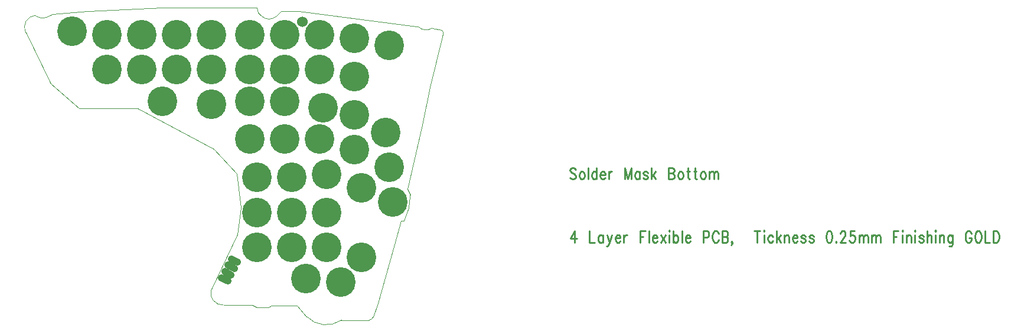
<source format=gbr>
*
*
G04 PADS 9.3 Build Number: 433611 generated Gerber (RS-274-X) file*
G04 PC Version=2.1*
*
%IN "MMSP_R.pcb"*%
*
%MOIN*%
*
%FSLAX35Y35*%
*
*
*
*
G04 PC Standard Apertures*
*
*
G04 Thermal Relief Aperture macro.*
%AMTER*
1,1,$1,0,0*
1,0,$1-$2,0,0*
21,0,$3,$4,0,0,45*
21,0,$3,$4,0,0,135*
%
*
*
G04 Annular Aperture macro.*
%AMANN*
1,1,$1,0,0*
1,0,$2,0,0*
%
*
*
G04 Odd Aperture macro.*
%AMODD*
1,1,$1,0,0*
1,0,$1-0.005,0,0*
%
*
*
G04 PC Custom Aperture Macros*
*
*
*
*
*
*
G04 PC Aperture Table*
*
%ADD010C,0.001*%
%ADD013C,0.01*%
%ADD047C,0.06*%
%ADD053C,0.04*%
%ADD059C,0.16748*%
*
*
*
*
G04 PC Circuitry*
G04 Layer Name MMSP_R.pcb - circuitry*
%LPD*%
*
*
G04 PC Custom Flashes*
G04 Layer Name MMSP_R.pcb - flashes*
%LPD*%
*
*
G04 PC Circuitry*
G04 Layer Name MMSP_R.pcb - circuitry*
%LPD*%
*
G54D10*
G01X1084338Y879416D02*
G75*
G03X1091450Y870727I6795J-1694D01*
G01X1084337Y879411D02*
X1084469Y879661D01*
X1084449Y879640*
X1099338Y910590*
X1101338Y925590*
X1099000Y945000*
X1086000Y959000*
X1043000Y982000*
X1010098*
X994098Y996000*
X979772Y1024917*
X985282Y1034748D02*
G03X979774Y1024913I607J-6800D01*
G01X985288Y1034748D02*
X985335Y1034744D01*
X986024Y1034055*
X986021Y1034056D02*
G03X994094Y1034883I3373J6886D01*
G01X994091Y1034881D02*
X994565Y1035356D01*
X1015000Y1037000*
X1057000Y1039000*
X1110433*
G03X1113187Y1034052I5045J-433*
G01X1113191Y1034049D02*
G03X1121065I3937J4610D01*
G01X1121067Y1034051D02*
X1124016Y1037000D01*
X1134000*
X1200197Y1028298*
X1201353*
G03X1209173Y1027455I4431J4416*
G01X1209174D02*
X1209247Y1027530D01*
X1214758Y1026365*
X1215407Y1024033D02*
G03X1214757Y1026366I-2399J589D01*
G01X1215407Y1024032D02*
X1208068Y994095D01*
X1203663Y972687*
X1195353Y936537*
X1196877Y932972*
X1193429Y918301D02*
G03X1196877Y932946I-27976J14316D01*
G01X1193432Y918307D02*
X1191535D01*
X1188000Y905000*
X1178563Y871588*
X1175919Y863986*
X1173588Y862205D02*
G03X1175920Y863988I-330J2848D01*
G01X1173585Y862205D02*
X1158055D01*
X1138351Y864223D02*
G03X1158054Y862204I11040J10587D01*
G01X1138356Y864218D02*
X1132826Y870374D01*
X1118110*
X1116978Y869242*
X1110236*
X1107677Y870727*
X1091453*
G54D13*
X1290190Y947554D02*
X1289735Y948179D01*
X1289053Y948492*
X1288144*
X1287462Y948179*
X1287008Y947554*
Y946929*
X1287235Y946304*
X1287462Y945992*
X1287917Y945679*
X1289281Y945054*
X1289735Y944742*
X1289962Y944429*
X1290190Y943804*
Y942867*
X1289735Y942242*
X1289053Y941929*
X1288144*
X1287462Y942242*
X1287008Y942867*
X1293372Y946304D02*
X1292917Y945992D01*
X1292462Y945367*
X1292235Y944429*
Y943804*
X1292462Y942867*
X1292917Y942242*
X1293372Y941929*
X1294053*
X1294508Y942242*
X1294962Y942867*
X1295190Y943804*
Y944429*
X1294962Y945367*
X1294508Y945992*
X1294053Y946304*
X1293372*
X1297235Y948492D02*
Y941929D01*
X1302008Y948492D02*
Y941929D01*
Y945367D02*
X1301553Y945992D01*
X1301099Y946304*
X1300417*
X1299962Y945992*
X1299508Y945367*
X1299281Y944429*
Y943804*
X1299508Y942867*
X1299962Y942242*
X1300417Y941929*
X1301099*
X1301553Y942242*
X1302008Y942867*
X1304053Y944429D02*
X1306781D01*
Y945054*
X1306553Y945679*
X1306326Y945992*
X1305872Y946304*
X1305190*
X1304735Y945992*
X1304281Y945367*
X1304053Y944429*
Y943804*
X1304281Y942867*
X1304735Y942242*
X1305190Y941929*
X1305872*
X1306326Y942242*
X1306781Y942867*
X1308826Y946304D02*
Y941929D01*
Y944429D02*
X1309053Y945367D01*
X1309508Y945992*
X1309962Y946304*
X1310644*
X1317917Y948492D02*
Y941929D01*
Y948492D02*
X1319735Y941929D01*
X1321553Y948492D02*
X1319735Y941929D01*
X1321553Y948492D02*
Y941929D01*
X1326326Y946304D02*
Y941929D01*
Y945367D02*
X1325872Y945992D01*
X1325417Y946304*
X1324735*
X1324281Y945992*
X1323826Y945367*
X1323599Y944429*
Y943804*
X1323826Y942867*
X1324281Y942242*
X1324735Y941929*
X1325417*
X1325872Y942242*
X1326326Y942867*
X1330872Y945367D02*
X1330644Y945992D01*
X1329962Y946304*
X1329281*
X1328599Y945992*
X1328372Y945367*
X1328599Y944742*
X1329053Y944429*
X1330190Y944117*
X1330644Y943804*
X1330872Y943179*
Y942867*
X1330644Y942242*
X1329962Y941929*
X1329281*
X1328599Y942242*
X1328372Y942867*
X1332917Y948492D02*
Y941929D01*
X1335190Y946304D02*
X1332917Y943179D01*
X1333826Y944429D02*
X1335417Y941929D01*
X1342690Y948492D02*
Y941929D01*
Y948492D02*
X1344735D01*
X1345417Y948179*
X1345644Y947867*
X1345872Y947242*
Y946617*
X1345644Y945992*
X1345417Y945679*
X1344735Y945367*
X1342690D02*
X1344735D01*
X1345417Y945054*
X1345644Y944742*
X1345872Y944117*
Y943179*
X1345644Y942554*
X1345417Y942242*
X1344735Y941929*
X1342690*
X1349053Y946304D02*
X1348599Y945992D01*
X1348144Y945367*
X1347917Y944429*
Y943804*
X1348144Y942867*
X1348599Y942242*
X1349053Y941929*
X1349735*
X1350190Y942242*
X1350644Y942867*
X1350872Y943804*
Y944429*
X1350644Y945367*
X1350190Y945992*
X1349735Y946304*
X1349053*
X1353599Y948492D02*
Y943179D01*
X1353826Y942242*
X1354281Y941929*
X1354735*
X1352917Y946304D02*
X1354508D01*
X1357462Y948492D02*
Y943179D01*
X1357690Y942242*
X1358144Y941929*
X1358599*
X1356781Y946304D02*
X1358372D01*
X1361781D02*
X1361326Y945992D01*
X1360872Y945367*
X1360644Y944429*
Y943804*
X1360872Y942867*
X1361326Y942242*
X1361781Y941929*
X1362462*
X1362917Y942242*
X1363372Y942867*
X1363599Y943804*
Y944429*
X1363372Y945367*
X1362917Y945992*
X1362462Y946304*
X1361781*
X1365644D02*
Y941929D01*
Y945054D02*
X1366326Y945992D01*
X1366781Y946304*
X1367462*
X1367917Y945992*
X1368144Y945054*
Y941929*
Y945054D02*
X1368826Y945992D01*
X1369281Y946304*
X1369962*
X1370417Y945992*
X1370644Y945054*
Y941929*
X1289674Y912665D02*
X1287402Y908290D01*
X1290811*
X1289674Y912665D02*
Y906102D01*
X1298083Y912665D02*
Y906102D01*
X1300811*
X1305583Y910477D02*
Y906102D01*
Y909540D02*
X1305129Y910165D01*
X1304674Y910477*
X1303992*
X1303538Y910165*
X1303083Y909540*
X1302856Y908602*
Y907977*
X1303083Y907040*
X1303538Y906415*
X1303992Y906102*
X1304674*
X1305129Y906415*
X1305583Y907040*
X1307856Y910477D02*
X1309220Y906102D01*
X1310583Y910477D02*
X1309220Y906102D01*
X1308765Y904852*
X1308311Y904227*
X1307856Y903915*
X1307629*
X1312629Y908602D02*
X1315356D01*
Y909227*
X1315129Y909852*
X1314902Y910165*
X1314447Y910477*
X1313765*
X1313311Y910165*
X1312856Y909540*
X1312629Y908602*
Y907977*
X1312856Y907040*
X1313311Y906415*
X1313765Y906102*
X1314447*
X1314902Y906415*
X1315356Y907040*
X1317402Y910477D02*
Y906102D01*
Y908602D02*
X1317629Y909540D01*
X1318083Y910165*
X1318538Y910477*
X1319220*
X1326492Y912665D02*
Y906102D01*
Y912665D02*
X1329447D01*
X1326492Y909540D02*
X1328311D01*
X1331492Y912665D02*
Y906102D01*
X1333538Y908602D02*
X1336265D01*
Y909227*
X1336038Y909852*
X1335811Y910165*
X1335356Y910477*
X1334674*
X1334220Y910165*
X1333765Y909540*
X1333538Y908602*
Y907977*
X1333765Y907040*
X1334220Y906415*
X1334674Y906102*
X1335356*
X1335811Y906415*
X1336265Y907040*
X1338311Y910477D02*
X1340811Y906102D01*
Y910477D02*
X1338311Y906102D01*
X1342856Y912665D02*
X1343083Y912352D01*
X1343311Y912665*
X1343083Y912977*
X1342856Y912665*
X1343083Y910477D02*
Y906102D01*
X1345356Y912665D02*
Y906102D01*
Y909540D02*
X1345811Y910165D01*
X1346265Y910477*
X1346947*
X1347402Y910165*
X1347856Y909540*
X1348083Y908602*
Y907977*
X1347856Y907040*
X1347402Y906415*
X1346947Y906102*
X1346265*
X1345811Y906415*
X1345356Y907040*
X1350129Y912665D02*
Y906102D01*
X1352174Y908602D02*
X1354902D01*
Y909227*
X1354674Y909852*
X1354447Y910165*
X1353992Y910477*
X1353311*
X1352856Y910165*
X1352402Y909540*
X1352174Y908602*
Y907977*
X1352402Y907040*
X1352856Y906415*
X1353311Y906102*
X1353992*
X1354447Y906415*
X1354902Y907040*
X1362174Y912665D02*
Y906102D01*
Y912665D02*
X1364220D01*
X1364902Y912352*
X1365129Y912040*
X1365356Y911415*
Y910477*
X1365129Y909852*
X1364902Y909540*
X1364220Y909227*
X1362174*
X1370811Y911102D02*
X1370583Y911727D01*
X1370129Y912352*
X1369674Y912665*
X1368765*
X1368311Y912352*
X1367856Y911727*
X1367629Y911102*
X1367402Y910165*
Y908602*
X1367629Y907665*
X1367856Y907040*
X1368311Y906415*
X1368765Y906102*
X1369674*
X1370129Y906415*
X1370583Y907040*
X1370811Y907665*
X1372856Y912665D02*
Y906102D01*
Y912665D02*
X1374902D01*
X1375583Y912352*
X1375811Y912040*
X1376038Y911415*
Y910790*
X1375811Y910165*
X1375583Y909852*
X1374902Y909540*
X1372856D02*
X1374902D01*
X1375583Y909227*
X1375811Y908915*
X1376038Y908290*
Y907352*
X1375811Y906727*
X1375583Y906415*
X1374902Y906102*
X1372856*
X1378538Y906415D02*
X1378311Y906102D01*
X1378083Y906415*
X1378311Y906727*
X1378538Y906415*
Y905790*
X1378311Y905165*
X1378083Y904852*
X1392629Y912665D02*
Y906102D01*
X1391038Y912665D02*
X1394220D01*
X1396265D02*
X1396492Y912352D01*
X1396720Y912665*
X1396492Y912977*
X1396265Y912665*
X1396492Y910477D02*
Y906102D01*
X1401492Y909540D02*
X1401038Y910165D01*
X1400583Y910477*
X1399902*
X1399447Y910165*
X1398992Y909540*
X1398765Y908602*
Y907977*
X1398992Y907040*
X1399447Y906415*
X1399902Y906102*
X1400583*
X1401038Y906415*
X1401492Y907040*
X1403538Y912665D02*
Y906102D01*
X1405811Y910477D02*
X1403538Y907352D01*
X1404447Y908602D02*
X1406038Y906102D01*
X1408083Y910477D02*
Y906102D01*
Y909227D02*
X1408765Y910165D01*
X1409220Y910477*
X1409902*
X1410356Y910165*
X1410583Y909227*
Y906102*
X1412629Y908602D02*
X1415356D01*
Y909227*
X1415129Y909852*
X1414902Y910165*
X1414447Y910477*
X1413765*
X1413311Y910165*
X1412856Y909540*
X1412629Y908602*
Y907977*
X1412856Y907040*
X1413311Y906415*
X1413765Y906102*
X1414447*
X1414902Y906415*
X1415356Y907040*
X1419902Y909540D02*
X1419674Y910165D01*
X1418992Y910477*
X1418311*
X1417629Y910165*
X1417402Y909540*
X1417629Y908915*
X1418083Y908602*
X1419220Y908290*
X1419674Y907977*
X1419902Y907352*
Y907040*
X1419674Y906415*
X1418992Y906102*
X1418311*
X1417629Y906415*
X1417402Y907040*
X1424447Y909540D02*
X1424220Y910165D01*
X1423538Y910477*
X1422856*
X1422174Y910165*
X1421947Y909540*
X1422174Y908915*
X1422629Y908602*
X1423765Y908290*
X1424220Y907977*
X1424447Y907352*
Y907040*
X1424220Y906415*
X1423538Y906102*
X1422856*
X1422174Y906415*
X1421947Y907040*
X1433083Y912665D02*
X1432402Y912352D01*
X1431947Y911415*
X1431720Y909852*
Y908915*
X1431947Y907352*
X1432402Y906415*
X1433083Y906102*
X1433538*
X1434220Y906415*
X1434674Y907352*
X1434902Y908915*
Y909852*
X1434674Y911415*
X1434220Y912352*
X1433538Y912665*
X1433083*
X1437174Y906727D02*
X1436947Y906415D01*
X1437174Y906102*
X1437402Y906415*
X1437174Y906727*
X1439674Y911102D02*
Y911415D01*
X1439902Y912040*
X1440129Y912352*
X1440583Y912665*
X1441492*
X1441947Y912352*
X1442174Y912040*
X1442402Y911415*
Y910790*
X1442174Y910165*
X1441720Y909227*
X1439447Y906102*
X1442629*
X1447629Y912665D02*
X1445356D01*
X1445129Y909852*
X1445356Y910165*
X1446038Y910477*
X1446720*
X1447402Y910165*
X1447856Y909540*
X1448083Y908602*
X1447856Y907977*
X1447629Y907040*
X1447174Y906415*
X1446492Y906102*
X1445811*
X1445129Y906415*
X1444902Y906727*
X1444674Y907352*
X1450129Y910477D02*
Y906102D01*
Y909227D02*
X1450811Y910165D01*
X1451265Y910477*
X1451947*
X1452402Y910165*
X1452629Y909227*
Y906102*
Y909227D02*
X1453311Y910165D01*
X1453765Y910477*
X1454447*
X1454902Y910165*
X1455129Y909227*
Y906102*
X1457174Y910477D02*
Y906102D01*
Y909227D02*
X1457856Y910165D01*
X1458311Y910477*
X1458992*
X1459447Y910165*
X1459674Y909227*
Y906102*
Y909227D02*
X1460356Y910165D01*
X1460811Y910477*
X1461492*
X1461947Y910165*
X1462174Y909227*
Y906102*
X1469447Y912665D02*
Y906102D01*
Y912665D02*
X1472402D01*
X1469447Y909540D02*
X1471265D01*
X1474447Y912665D02*
X1474674Y912352D01*
X1474902Y912665*
X1474674Y912977*
X1474447Y912665*
X1474674Y910477D02*
Y906102D01*
X1476947Y910477D02*
Y906102D01*
Y909227D02*
X1477629Y910165D01*
X1478083Y910477*
X1478765*
X1479220Y910165*
X1479447Y909227*
Y906102*
X1481492Y912665D02*
X1481720Y912352D01*
X1481947Y912665*
X1481720Y912977*
X1481492Y912665*
X1481720Y910477D02*
Y906102D01*
X1486492Y909540D02*
X1486265Y910165D01*
X1485583Y910477*
X1484902*
X1484220Y910165*
X1483992Y909540*
X1484220Y908915*
X1484674Y908602*
X1485811Y908290*
X1486265Y907977*
X1486492Y907352*
Y907040*
X1486265Y906415*
X1485583Y906102*
X1484902*
X1484220Y906415*
X1483992Y907040*
X1488538Y912665D02*
Y906102D01*
Y909227D02*
X1489220Y910165D01*
X1489674Y910477*
X1490356*
X1490811Y910165*
X1491038Y909227*
Y906102*
X1493083Y912665D02*
X1493311Y912352D01*
X1493538Y912665*
X1493311Y912977*
X1493083Y912665*
X1493311Y910477D02*
Y906102D01*
X1495583Y910477D02*
Y906102D01*
Y909227D02*
X1496265Y910165D01*
X1496720Y910477*
X1497402*
X1497856Y910165*
X1498083Y909227*
Y906102*
X1502856Y910477D02*
Y905477D01*
X1502629Y904540*
X1502402Y904227*
X1501947Y903915*
X1501265*
X1500811Y904227*
X1502856Y909540D02*
X1502402Y910165D01*
X1501947Y910477*
X1501265*
X1500811Y910165*
X1500356Y909540*
X1500129Y908602*
Y907977*
X1500356Y907040*
X1500811Y906415*
X1501265Y906102*
X1501947*
X1502402Y906415*
X1502856Y907040*
X1513538Y911102D02*
X1513311Y911727D01*
X1512856Y912352*
X1512402Y912665*
X1511492*
X1511038Y912352*
X1510583Y911727*
X1510356Y911102*
X1510129Y910165*
Y908602*
X1510356Y907665*
X1510583Y907040*
X1511038Y906415*
X1511492Y906102*
X1512402*
X1512856Y906415*
X1513311Y907040*
X1513538Y907665*
Y908602*
X1512402D02*
X1513538D01*
X1516947Y912665D02*
X1516492Y912352D01*
X1516038Y911727*
X1515811Y911102*
X1515583Y910165*
Y908602*
X1515811Y907665*
X1516038Y907040*
X1516492Y906415*
X1516947Y906102*
X1517856*
X1518311Y906415*
X1518765Y907040*
X1518992Y907665*
X1519220Y908602*
Y910165*
X1518992Y911102*
X1518765Y911727*
X1518311Y912352*
X1517856Y912665*
X1516947*
X1521265D02*
Y906102D01*
X1523992*
X1526038Y912665D02*
Y906102D01*
Y912665D02*
X1527629D01*
X1528311Y912352*
X1528765Y911727*
X1528992Y911102*
X1529220Y910165*
Y908602*
X1528992Y907665*
X1528765Y907040*
X1528311Y906415*
X1527629Y906102*
X1526038*
G54D47*
X1136060Y1031185D03*
G54D53*
X1095866Y896794D02*
X1099409Y894938D01*
X1094010Y893251D02*
X1097553Y891395D01*
X1092154Y889708D02*
X1095697Y887851D01*
X1090298Y886164D02*
X1093841Y884308D01*
G54D59*
X1185039Y1017717D03*
X1137795Y885827D03*
X1165354Y1000000D03*
X1149606Y903543D03*
X1106299Y1023622D03*
X1129921Y923228D03*
X1106299Y1003937D03*
X1169291Y897638D03*
X1125984Y1003937D03*
X1149606Y923228D03*
X1106299Y986220D03*
X1110236Y923228D03*
X1129921Y942913D03*
X1125984Y986220D03*
X1110236Y942913D03*
X1064961Y1023622D03*
X1187008Y929134D03*
X1185039Y948819D03*
X1045276Y1023622D03*
X1183071Y968504D03*
X1165354Y1021654D03*
X1025591Y1023622D03*
X1005906Y1025591D03*
X1165354Y978346D03*
X1147638Y982283D03*
X1045276Y1003937D03*
X1025591D03*
X1057087Y986220D03*
X1145669Y964567D03*
X1169291Y937008D03*
X1165354Y958661D03*
X1129921Y903543D03*
X1084646Y1023622D03*
X1064961Y1003937D03*
X1084646D03*
X1106299Y964567D03*
X1125984D03*
X1149606Y944882D03*
X1084646Y984252D03*
X1145669Y1023622D03*
X1157480Y883858D03*
X1125984Y1023622D03*
X1110236Y903543D03*
X1145669Y1003937D03*
G74*
X0Y0D02*
M02*

</source>
